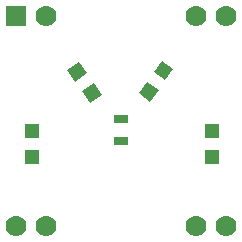
<source format=gbr>
G04 #@! TF.FileFunction,Soldermask,Bot*
%FSLAX46Y46*%
G04 Gerber Fmt 4.6, Leading zero omitted, Abs format (unit mm)*
G04 Created by KiCad (PCBNEW 4.0.7-e2-6376~61~ubuntu18.04.1) date Fri Aug 17 14:34:15 2018*
%MOMM*%
%LPD*%
G01*
G04 APERTURE LIST*
%ADD10C,0.100000*%
%ADD11R,1.778000X1.778000*%
%ADD12C,1.778000*%
%ADD13R,1.300000X0.700000*%
%ADD14R,1.200000X1.200000*%
G04 APERTURE END LIST*
D10*
D11*
X139611100Y-96113600D03*
D12*
X142151100Y-96113600D03*
X154851100Y-96113600D03*
X157391100Y-96113600D03*
X139611100Y-113893600D03*
X142151100Y-113893600D03*
X154851100Y-113893600D03*
X157391100Y-113893600D03*
D13*
X148450000Y-106725000D03*
X148450000Y-104825000D03*
D14*
X156150000Y-105900000D03*
X156150000Y-108100000D03*
D10*
G36*
X143908429Y-100701588D02*
X144891411Y-100013296D01*
X145579703Y-100996278D01*
X144596721Y-101684570D01*
X143908429Y-100701588D01*
X143908429Y-100701588D01*
G37*
G36*
X145170297Y-102503722D02*
X146153279Y-101815430D01*
X146841571Y-102798412D01*
X145858589Y-103486704D01*
X145170297Y-102503722D01*
X145170297Y-102503722D01*
G37*
D14*
X140900000Y-105900000D03*
X140900000Y-108100000D03*
D10*
G36*
X151933589Y-99913296D02*
X152916571Y-100601588D01*
X152228279Y-101584570D01*
X151245297Y-100896278D01*
X151933589Y-99913296D01*
X151933589Y-99913296D01*
G37*
G36*
X150671721Y-101715430D02*
X151654703Y-102403722D01*
X150966411Y-103386704D01*
X149983429Y-102698412D01*
X150671721Y-101715430D01*
X150671721Y-101715430D01*
G37*
M02*

</source>
